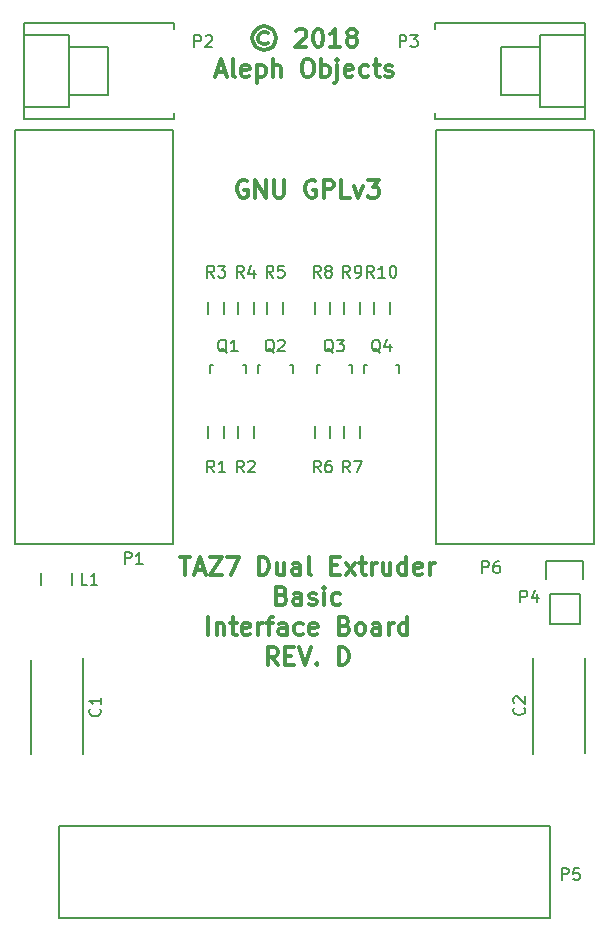
<source format=gbr>
G04 #@! TF.FileFunction,Legend,Top*
%FSLAX46Y46*%
G04 Gerber Fmt 4.6, Leading zero omitted, Abs format (unit mm)*
G04 Created by KiCad (PCBNEW 4.0.5+dfsg1-4) date Thu Nov  1 13:58:00 2018*
%MOMM*%
%LPD*%
G01*
G04 APERTURE LIST*
%ADD10C,0.100000*%
%ADD11C,0.300000*%
%ADD12C,0.150000*%
G04 APERTURE END LIST*
D10*
D11*
X80107143Y-54250000D02*
X79964286Y-54178571D01*
X79750000Y-54178571D01*
X79535715Y-54250000D01*
X79392857Y-54392857D01*
X79321429Y-54535714D01*
X79250000Y-54821429D01*
X79250000Y-55035714D01*
X79321429Y-55321429D01*
X79392857Y-55464286D01*
X79535715Y-55607143D01*
X79750000Y-55678571D01*
X79892857Y-55678571D01*
X80107143Y-55607143D01*
X80178572Y-55535714D01*
X80178572Y-55035714D01*
X79892857Y-55035714D01*
X80821429Y-55678571D02*
X80821429Y-54178571D01*
X81678572Y-55678571D01*
X81678572Y-54178571D01*
X82392858Y-54178571D02*
X82392858Y-55392857D01*
X82464286Y-55535714D01*
X82535715Y-55607143D01*
X82678572Y-55678571D01*
X82964286Y-55678571D01*
X83107144Y-55607143D01*
X83178572Y-55535714D01*
X83250001Y-55392857D01*
X83250001Y-54178571D01*
X85892858Y-54250000D02*
X85750001Y-54178571D01*
X85535715Y-54178571D01*
X85321430Y-54250000D01*
X85178572Y-54392857D01*
X85107144Y-54535714D01*
X85035715Y-54821429D01*
X85035715Y-55035714D01*
X85107144Y-55321429D01*
X85178572Y-55464286D01*
X85321430Y-55607143D01*
X85535715Y-55678571D01*
X85678572Y-55678571D01*
X85892858Y-55607143D01*
X85964287Y-55535714D01*
X85964287Y-55035714D01*
X85678572Y-55035714D01*
X86607144Y-55678571D02*
X86607144Y-54178571D01*
X87178572Y-54178571D01*
X87321430Y-54250000D01*
X87392858Y-54321429D01*
X87464287Y-54464286D01*
X87464287Y-54678571D01*
X87392858Y-54821429D01*
X87321430Y-54892857D01*
X87178572Y-54964286D01*
X86607144Y-54964286D01*
X88821430Y-55678571D02*
X88107144Y-55678571D01*
X88107144Y-54178571D01*
X89178573Y-54678571D02*
X89535716Y-55678571D01*
X89892858Y-54678571D01*
X90321430Y-54178571D02*
X91250001Y-54178571D01*
X90750001Y-54750000D01*
X90964287Y-54750000D01*
X91107144Y-54821429D01*
X91178573Y-54892857D01*
X91250001Y-55035714D01*
X91250001Y-55392857D01*
X91178573Y-55535714D01*
X91107144Y-55607143D01*
X90964287Y-55678571D01*
X90535715Y-55678571D01*
X90392858Y-55607143D01*
X90321430Y-55535714D01*
X81857144Y-41760714D02*
X81714286Y-41689286D01*
X81428572Y-41689286D01*
X81285715Y-41760714D01*
X81142858Y-41903571D01*
X81071429Y-42046429D01*
X81071429Y-42332143D01*
X81142858Y-42475000D01*
X81285715Y-42617857D01*
X81428572Y-42689286D01*
X81714286Y-42689286D01*
X81857144Y-42617857D01*
X81571429Y-41189286D02*
X81214286Y-41260714D01*
X80857144Y-41475000D01*
X80642858Y-41832143D01*
X80571429Y-42189286D01*
X80642858Y-42546429D01*
X80857144Y-42903571D01*
X81214286Y-43117857D01*
X81571429Y-43189286D01*
X81928572Y-43117857D01*
X82285715Y-42903571D01*
X82500001Y-42546429D01*
X82571429Y-42189286D01*
X82500001Y-41832143D01*
X82285715Y-41475000D01*
X81928572Y-41260714D01*
X81571429Y-41189286D01*
X84285715Y-41546429D02*
X84357144Y-41475000D01*
X84500001Y-41403571D01*
X84857144Y-41403571D01*
X85000001Y-41475000D01*
X85071430Y-41546429D01*
X85142858Y-41689286D01*
X85142858Y-41832143D01*
X85071430Y-42046429D01*
X84214287Y-42903571D01*
X85142858Y-42903571D01*
X86071429Y-41403571D02*
X86214286Y-41403571D01*
X86357143Y-41475000D01*
X86428572Y-41546429D01*
X86500001Y-41689286D01*
X86571429Y-41975000D01*
X86571429Y-42332143D01*
X86500001Y-42617857D01*
X86428572Y-42760714D01*
X86357143Y-42832143D01*
X86214286Y-42903571D01*
X86071429Y-42903571D01*
X85928572Y-42832143D01*
X85857143Y-42760714D01*
X85785715Y-42617857D01*
X85714286Y-42332143D01*
X85714286Y-41975000D01*
X85785715Y-41689286D01*
X85857143Y-41546429D01*
X85928572Y-41475000D01*
X86071429Y-41403571D01*
X88000000Y-42903571D02*
X87142857Y-42903571D01*
X87571429Y-42903571D02*
X87571429Y-41403571D01*
X87428572Y-41617857D01*
X87285714Y-41760714D01*
X87142857Y-41832143D01*
X88857143Y-42046429D02*
X88714285Y-41975000D01*
X88642857Y-41903571D01*
X88571428Y-41760714D01*
X88571428Y-41689286D01*
X88642857Y-41546429D01*
X88714285Y-41475000D01*
X88857143Y-41403571D01*
X89142857Y-41403571D01*
X89285714Y-41475000D01*
X89357143Y-41546429D01*
X89428571Y-41689286D01*
X89428571Y-41760714D01*
X89357143Y-41903571D01*
X89285714Y-41975000D01*
X89142857Y-42046429D01*
X88857143Y-42046429D01*
X88714285Y-42117857D01*
X88642857Y-42189286D01*
X88571428Y-42332143D01*
X88571428Y-42617857D01*
X88642857Y-42760714D01*
X88714285Y-42832143D01*
X88857143Y-42903571D01*
X89142857Y-42903571D01*
X89285714Y-42832143D01*
X89357143Y-42760714D01*
X89428571Y-42617857D01*
X89428571Y-42332143D01*
X89357143Y-42189286D01*
X89285714Y-42117857D01*
X89142857Y-42046429D01*
X77535714Y-45025000D02*
X78250000Y-45025000D01*
X77392857Y-45453571D02*
X77892857Y-43953571D01*
X78392857Y-45453571D01*
X79107143Y-45453571D02*
X78964285Y-45382143D01*
X78892857Y-45239286D01*
X78892857Y-43953571D01*
X80249999Y-45382143D02*
X80107142Y-45453571D01*
X79821428Y-45453571D01*
X79678571Y-45382143D01*
X79607142Y-45239286D01*
X79607142Y-44667857D01*
X79678571Y-44525000D01*
X79821428Y-44453571D01*
X80107142Y-44453571D01*
X80249999Y-44525000D01*
X80321428Y-44667857D01*
X80321428Y-44810714D01*
X79607142Y-44953571D01*
X80964285Y-44453571D02*
X80964285Y-45953571D01*
X80964285Y-44525000D02*
X81107142Y-44453571D01*
X81392856Y-44453571D01*
X81535713Y-44525000D01*
X81607142Y-44596429D01*
X81678571Y-44739286D01*
X81678571Y-45167857D01*
X81607142Y-45310714D01*
X81535713Y-45382143D01*
X81392856Y-45453571D01*
X81107142Y-45453571D01*
X80964285Y-45382143D01*
X82321428Y-45453571D02*
X82321428Y-43953571D01*
X82964285Y-45453571D02*
X82964285Y-44667857D01*
X82892856Y-44525000D01*
X82749999Y-44453571D01*
X82535714Y-44453571D01*
X82392856Y-44525000D01*
X82321428Y-44596429D01*
X85107142Y-43953571D02*
X85392856Y-43953571D01*
X85535714Y-44025000D01*
X85678571Y-44167857D01*
X85749999Y-44453571D01*
X85749999Y-44953571D01*
X85678571Y-45239286D01*
X85535714Y-45382143D01*
X85392856Y-45453571D01*
X85107142Y-45453571D01*
X84964285Y-45382143D01*
X84821428Y-45239286D01*
X84749999Y-44953571D01*
X84749999Y-44453571D01*
X84821428Y-44167857D01*
X84964285Y-44025000D01*
X85107142Y-43953571D01*
X86392857Y-45453571D02*
X86392857Y-43953571D01*
X86392857Y-44525000D02*
X86535714Y-44453571D01*
X86821428Y-44453571D01*
X86964285Y-44525000D01*
X87035714Y-44596429D01*
X87107143Y-44739286D01*
X87107143Y-45167857D01*
X87035714Y-45310714D01*
X86964285Y-45382143D01*
X86821428Y-45453571D01*
X86535714Y-45453571D01*
X86392857Y-45382143D01*
X87750000Y-44453571D02*
X87750000Y-45739286D01*
X87678571Y-45882143D01*
X87535714Y-45953571D01*
X87464286Y-45953571D01*
X87750000Y-43953571D02*
X87678571Y-44025000D01*
X87750000Y-44096429D01*
X87821428Y-44025000D01*
X87750000Y-43953571D01*
X87750000Y-44096429D01*
X89035714Y-45382143D02*
X88892857Y-45453571D01*
X88607143Y-45453571D01*
X88464286Y-45382143D01*
X88392857Y-45239286D01*
X88392857Y-44667857D01*
X88464286Y-44525000D01*
X88607143Y-44453571D01*
X88892857Y-44453571D01*
X89035714Y-44525000D01*
X89107143Y-44667857D01*
X89107143Y-44810714D01*
X88392857Y-44953571D01*
X90392857Y-45382143D02*
X90250000Y-45453571D01*
X89964286Y-45453571D01*
X89821428Y-45382143D01*
X89750000Y-45310714D01*
X89678571Y-45167857D01*
X89678571Y-44739286D01*
X89750000Y-44596429D01*
X89821428Y-44525000D01*
X89964286Y-44453571D01*
X90250000Y-44453571D01*
X90392857Y-44525000D01*
X90821428Y-44453571D02*
X91392857Y-44453571D01*
X91035714Y-43953571D02*
X91035714Y-45239286D01*
X91107142Y-45382143D01*
X91250000Y-45453571D01*
X91392857Y-45453571D01*
X91821428Y-45382143D02*
X91964285Y-45453571D01*
X92250000Y-45453571D01*
X92392857Y-45382143D01*
X92464285Y-45239286D01*
X92464285Y-45167857D01*
X92392857Y-45025000D01*
X92250000Y-44953571D01*
X92035714Y-44953571D01*
X91892857Y-44882143D01*
X91821428Y-44739286D01*
X91821428Y-44667857D01*
X91892857Y-44525000D01*
X92035714Y-44453571D01*
X92250000Y-44453571D01*
X92392857Y-44525000D01*
X74464287Y-86103571D02*
X75321430Y-86103571D01*
X74892859Y-87603571D02*
X74892859Y-86103571D01*
X75750001Y-87175000D02*
X76464287Y-87175000D01*
X75607144Y-87603571D02*
X76107144Y-86103571D01*
X76607144Y-87603571D01*
X76964287Y-86103571D02*
X77964287Y-86103571D01*
X76964287Y-87603571D01*
X77964287Y-87603571D01*
X78392858Y-86103571D02*
X79392858Y-86103571D01*
X78750001Y-87603571D01*
X81107143Y-87603571D02*
X81107143Y-86103571D01*
X81464286Y-86103571D01*
X81678571Y-86175000D01*
X81821429Y-86317857D01*
X81892857Y-86460714D01*
X81964286Y-86746429D01*
X81964286Y-86960714D01*
X81892857Y-87246429D01*
X81821429Y-87389286D01*
X81678571Y-87532143D01*
X81464286Y-87603571D01*
X81107143Y-87603571D01*
X83250000Y-86603571D02*
X83250000Y-87603571D01*
X82607143Y-86603571D02*
X82607143Y-87389286D01*
X82678571Y-87532143D01*
X82821429Y-87603571D01*
X83035714Y-87603571D01*
X83178571Y-87532143D01*
X83250000Y-87460714D01*
X84607143Y-87603571D02*
X84607143Y-86817857D01*
X84535714Y-86675000D01*
X84392857Y-86603571D01*
X84107143Y-86603571D01*
X83964286Y-86675000D01*
X84607143Y-87532143D02*
X84464286Y-87603571D01*
X84107143Y-87603571D01*
X83964286Y-87532143D01*
X83892857Y-87389286D01*
X83892857Y-87246429D01*
X83964286Y-87103571D01*
X84107143Y-87032143D01*
X84464286Y-87032143D01*
X84607143Y-86960714D01*
X85535715Y-87603571D02*
X85392857Y-87532143D01*
X85321429Y-87389286D01*
X85321429Y-86103571D01*
X87250000Y-86817857D02*
X87750000Y-86817857D01*
X87964286Y-87603571D02*
X87250000Y-87603571D01*
X87250000Y-86103571D01*
X87964286Y-86103571D01*
X88464286Y-87603571D02*
X89250000Y-86603571D01*
X88464286Y-86603571D02*
X89250000Y-87603571D01*
X89607143Y-86603571D02*
X90178572Y-86603571D01*
X89821429Y-86103571D02*
X89821429Y-87389286D01*
X89892857Y-87532143D01*
X90035715Y-87603571D01*
X90178572Y-87603571D01*
X90678572Y-87603571D02*
X90678572Y-86603571D01*
X90678572Y-86889286D02*
X90750000Y-86746429D01*
X90821429Y-86675000D01*
X90964286Y-86603571D01*
X91107143Y-86603571D01*
X92250000Y-86603571D02*
X92250000Y-87603571D01*
X91607143Y-86603571D02*
X91607143Y-87389286D01*
X91678571Y-87532143D01*
X91821429Y-87603571D01*
X92035714Y-87603571D01*
X92178571Y-87532143D01*
X92250000Y-87460714D01*
X93607143Y-87603571D02*
X93607143Y-86103571D01*
X93607143Y-87532143D02*
X93464286Y-87603571D01*
X93178572Y-87603571D01*
X93035714Y-87532143D01*
X92964286Y-87460714D01*
X92892857Y-87317857D01*
X92892857Y-86889286D01*
X92964286Y-86746429D01*
X93035714Y-86675000D01*
X93178572Y-86603571D01*
X93464286Y-86603571D01*
X93607143Y-86675000D01*
X94892857Y-87532143D02*
X94750000Y-87603571D01*
X94464286Y-87603571D01*
X94321429Y-87532143D01*
X94250000Y-87389286D01*
X94250000Y-86817857D01*
X94321429Y-86675000D01*
X94464286Y-86603571D01*
X94750000Y-86603571D01*
X94892857Y-86675000D01*
X94964286Y-86817857D01*
X94964286Y-86960714D01*
X94250000Y-87103571D01*
X95607143Y-87603571D02*
X95607143Y-86603571D01*
X95607143Y-86889286D02*
X95678571Y-86746429D01*
X95750000Y-86675000D01*
X95892857Y-86603571D01*
X96035714Y-86603571D01*
X83071429Y-89367857D02*
X83285715Y-89439286D01*
X83357143Y-89510714D01*
X83428572Y-89653571D01*
X83428572Y-89867857D01*
X83357143Y-90010714D01*
X83285715Y-90082143D01*
X83142857Y-90153571D01*
X82571429Y-90153571D01*
X82571429Y-88653571D01*
X83071429Y-88653571D01*
X83214286Y-88725000D01*
X83285715Y-88796429D01*
X83357143Y-88939286D01*
X83357143Y-89082143D01*
X83285715Y-89225000D01*
X83214286Y-89296429D01*
X83071429Y-89367857D01*
X82571429Y-89367857D01*
X84714286Y-90153571D02*
X84714286Y-89367857D01*
X84642857Y-89225000D01*
X84500000Y-89153571D01*
X84214286Y-89153571D01*
X84071429Y-89225000D01*
X84714286Y-90082143D02*
X84571429Y-90153571D01*
X84214286Y-90153571D01*
X84071429Y-90082143D01*
X84000000Y-89939286D01*
X84000000Y-89796429D01*
X84071429Y-89653571D01*
X84214286Y-89582143D01*
X84571429Y-89582143D01*
X84714286Y-89510714D01*
X85357143Y-90082143D02*
X85500000Y-90153571D01*
X85785715Y-90153571D01*
X85928572Y-90082143D01*
X86000000Y-89939286D01*
X86000000Y-89867857D01*
X85928572Y-89725000D01*
X85785715Y-89653571D01*
X85571429Y-89653571D01*
X85428572Y-89582143D01*
X85357143Y-89439286D01*
X85357143Y-89367857D01*
X85428572Y-89225000D01*
X85571429Y-89153571D01*
X85785715Y-89153571D01*
X85928572Y-89225000D01*
X86642858Y-90153571D02*
X86642858Y-89153571D01*
X86642858Y-88653571D02*
X86571429Y-88725000D01*
X86642858Y-88796429D01*
X86714286Y-88725000D01*
X86642858Y-88653571D01*
X86642858Y-88796429D01*
X88000001Y-90082143D02*
X87857144Y-90153571D01*
X87571430Y-90153571D01*
X87428572Y-90082143D01*
X87357144Y-90010714D01*
X87285715Y-89867857D01*
X87285715Y-89439286D01*
X87357144Y-89296429D01*
X87428572Y-89225000D01*
X87571430Y-89153571D01*
X87857144Y-89153571D01*
X88000001Y-89225000D01*
X76821429Y-92703571D02*
X76821429Y-91203571D01*
X77535715Y-91703571D02*
X77535715Y-92703571D01*
X77535715Y-91846429D02*
X77607143Y-91775000D01*
X77750001Y-91703571D01*
X77964286Y-91703571D01*
X78107143Y-91775000D01*
X78178572Y-91917857D01*
X78178572Y-92703571D01*
X78678572Y-91703571D02*
X79250001Y-91703571D01*
X78892858Y-91203571D02*
X78892858Y-92489286D01*
X78964286Y-92632143D01*
X79107144Y-92703571D01*
X79250001Y-92703571D01*
X80321429Y-92632143D02*
X80178572Y-92703571D01*
X79892858Y-92703571D01*
X79750001Y-92632143D01*
X79678572Y-92489286D01*
X79678572Y-91917857D01*
X79750001Y-91775000D01*
X79892858Y-91703571D01*
X80178572Y-91703571D01*
X80321429Y-91775000D01*
X80392858Y-91917857D01*
X80392858Y-92060714D01*
X79678572Y-92203571D01*
X81035715Y-92703571D02*
X81035715Y-91703571D01*
X81035715Y-91989286D02*
X81107143Y-91846429D01*
X81178572Y-91775000D01*
X81321429Y-91703571D01*
X81464286Y-91703571D01*
X81750000Y-91703571D02*
X82321429Y-91703571D01*
X81964286Y-92703571D02*
X81964286Y-91417857D01*
X82035714Y-91275000D01*
X82178572Y-91203571D01*
X82321429Y-91203571D01*
X83464286Y-92703571D02*
X83464286Y-91917857D01*
X83392857Y-91775000D01*
X83250000Y-91703571D01*
X82964286Y-91703571D01*
X82821429Y-91775000D01*
X83464286Y-92632143D02*
X83321429Y-92703571D01*
X82964286Y-92703571D01*
X82821429Y-92632143D01*
X82750000Y-92489286D01*
X82750000Y-92346429D01*
X82821429Y-92203571D01*
X82964286Y-92132143D01*
X83321429Y-92132143D01*
X83464286Y-92060714D01*
X84821429Y-92632143D02*
X84678572Y-92703571D01*
X84392858Y-92703571D01*
X84250000Y-92632143D01*
X84178572Y-92560714D01*
X84107143Y-92417857D01*
X84107143Y-91989286D01*
X84178572Y-91846429D01*
X84250000Y-91775000D01*
X84392858Y-91703571D01*
X84678572Y-91703571D01*
X84821429Y-91775000D01*
X86035714Y-92632143D02*
X85892857Y-92703571D01*
X85607143Y-92703571D01*
X85464286Y-92632143D01*
X85392857Y-92489286D01*
X85392857Y-91917857D01*
X85464286Y-91775000D01*
X85607143Y-91703571D01*
X85892857Y-91703571D01*
X86035714Y-91775000D01*
X86107143Y-91917857D01*
X86107143Y-92060714D01*
X85392857Y-92203571D01*
X88392857Y-91917857D02*
X88607143Y-91989286D01*
X88678571Y-92060714D01*
X88750000Y-92203571D01*
X88750000Y-92417857D01*
X88678571Y-92560714D01*
X88607143Y-92632143D01*
X88464285Y-92703571D01*
X87892857Y-92703571D01*
X87892857Y-91203571D01*
X88392857Y-91203571D01*
X88535714Y-91275000D01*
X88607143Y-91346429D01*
X88678571Y-91489286D01*
X88678571Y-91632143D01*
X88607143Y-91775000D01*
X88535714Y-91846429D01*
X88392857Y-91917857D01*
X87892857Y-91917857D01*
X89607143Y-92703571D02*
X89464285Y-92632143D01*
X89392857Y-92560714D01*
X89321428Y-92417857D01*
X89321428Y-91989286D01*
X89392857Y-91846429D01*
X89464285Y-91775000D01*
X89607143Y-91703571D01*
X89821428Y-91703571D01*
X89964285Y-91775000D01*
X90035714Y-91846429D01*
X90107143Y-91989286D01*
X90107143Y-92417857D01*
X90035714Y-92560714D01*
X89964285Y-92632143D01*
X89821428Y-92703571D01*
X89607143Y-92703571D01*
X91392857Y-92703571D02*
X91392857Y-91917857D01*
X91321428Y-91775000D01*
X91178571Y-91703571D01*
X90892857Y-91703571D01*
X90750000Y-91775000D01*
X91392857Y-92632143D02*
X91250000Y-92703571D01*
X90892857Y-92703571D01*
X90750000Y-92632143D01*
X90678571Y-92489286D01*
X90678571Y-92346429D01*
X90750000Y-92203571D01*
X90892857Y-92132143D01*
X91250000Y-92132143D01*
X91392857Y-92060714D01*
X92107143Y-92703571D02*
X92107143Y-91703571D01*
X92107143Y-91989286D02*
X92178571Y-91846429D01*
X92250000Y-91775000D01*
X92392857Y-91703571D01*
X92535714Y-91703571D01*
X93678571Y-92703571D02*
X93678571Y-91203571D01*
X93678571Y-92632143D02*
X93535714Y-92703571D01*
X93250000Y-92703571D01*
X93107142Y-92632143D01*
X93035714Y-92560714D01*
X92964285Y-92417857D01*
X92964285Y-91989286D01*
X93035714Y-91846429D01*
X93107142Y-91775000D01*
X93250000Y-91703571D01*
X93535714Y-91703571D01*
X93678571Y-91775000D01*
X82714286Y-95253571D02*
X82214286Y-94539286D01*
X81857143Y-95253571D02*
X81857143Y-93753571D01*
X82428571Y-93753571D01*
X82571429Y-93825000D01*
X82642857Y-93896429D01*
X82714286Y-94039286D01*
X82714286Y-94253571D01*
X82642857Y-94396429D01*
X82571429Y-94467857D01*
X82428571Y-94539286D01*
X81857143Y-94539286D01*
X83357143Y-94467857D02*
X83857143Y-94467857D01*
X84071429Y-95253571D02*
X83357143Y-95253571D01*
X83357143Y-93753571D01*
X84071429Y-93753571D01*
X84500000Y-93753571D02*
X85000000Y-95253571D01*
X85500000Y-93753571D01*
X86000000Y-95110714D02*
X86071428Y-95182143D01*
X86000000Y-95253571D01*
X85928571Y-95182143D01*
X86000000Y-95110714D01*
X86000000Y-95253571D01*
X87857143Y-95253571D02*
X87857143Y-93753571D01*
X88214286Y-93753571D01*
X88428571Y-93825000D01*
X88571429Y-93967857D01*
X88642857Y-94110714D01*
X88714286Y-94396429D01*
X88714286Y-94610714D01*
X88642857Y-94896429D01*
X88571429Y-95039286D01*
X88428571Y-95182143D01*
X88214286Y-95253571D01*
X87857143Y-95253571D01*
D12*
X65024000Y-42926000D02*
X68326000Y-42926000D01*
X68326000Y-42926000D02*
X68326000Y-46990000D01*
X68326000Y-46990000D02*
X65024000Y-46990000D01*
X61214000Y-41910000D02*
X65024000Y-41910000D01*
X65024000Y-41910000D02*
X65024000Y-48006000D01*
X65024000Y-48006000D02*
X61214000Y-48006000D01*
X73914000Y-41402000D02*
X73914000Y-40894000D01*
X73914000Y-40894000D02*
X61214000Y-40894000D01*
X61214000Y-40894000D02*
X61214000Y-49022000D01*
X61214000Y-49022000D02*
X73914000Y-49022000D01*
X73914000Y-49022000D02*
X73914000Y-48514000D01*
X104902000Y-46990000D02*
X101600000Y-46990000D01*
X101600000Y-46990000D02*
X101600000Y-42926000D01*
X101600000Y-42926000D02*
X104902000Y-42926000D01*
X108712000Y-48006000D02*
X104902000Y-48006000D01*
X104902000Y-48006000D02*
X104902000Y-41910000D01*
X104902000Y-41910000D02*
X108712000Y-41910000D01*
X96012000Y-48514000D02*
X96012000Y-49022000D01*
X96012000Y-49022000D02*
X108712000Y-49022000D01*
X108712000Y-49022000D02*
X108712000Y-40894000D01*
X108712000Y-40894000D02*
X96012000Y-40894000D01*
X96012000Y-40894000D02*
X96012000Y-41402000D01*
X60500000Y-85000000D02*
X60500000Y-50000000D01*
X73850000Y-85000000D02*
X60500000Y-85000000D01*
X73850000Y-50000000D02*
X73850000Y-85000000D01*
X60500000Y-50000000D02*
X73850000Y-50000000D01*
X105730000Y-91810000D02*
X108270000Y-91810000D01*
X105730000Y-89270000D02*
X105730000Y-91810000D01*
X105450000Y-86450000D02*
X108550000Y-86450000D01*
X105450000Y-88000000D02*
X105450000Y-86450000D01*
X108270000Y-89270000D02*
X105730000Y-89270000D01*
X108550000Y-86450000D02*
X108550000Y-88000000D01*
X108270000Y-89270000D02*
X108270000Y-91810000D01*
X105800000Y-108900000D02*
X64200000Y-108900000D01*
X105800000Y-116650000D02*
X64200000Y-116650000D01*
X64200000Y-116650000D02*
X64200000Y-108900000D01*
X105800000Y-116650000D02*
X105800000Y-108900000D01*
X109500000Y-50000000D02*
X109500000Y-85000000D01*
X96150000Y-50000000D02*
X109500000Y-50000000D01*
X96150000Y-85000000D02*
X96150000Y-50000000D01*
X109500000Y-85000000D02*
X96150000Y-85000000D01*
X79999820Y-69849760D02*
X79999820Y-70550800D01*
X79799160Y-69849760D02*
X79999820Y-69849760D01*
X77000180Y-69849760D02*
X77249100Y-69849760D01*
X77000180Y-70550800D02*
X77000180Y-69849760D01*
X79799160Y-69849760D02*
X79750900Y-69849760D01*
X83999820Y-69849760D02*
X83999820Y-70550800D01*
X83799160Y-69849760D02*
X83999820Y-69849760D01*
X81000180Y-69849760D02*
X81249100Y-69849760D01*
X81000180Y-70550800D02*
X81000180Y-69849760D01*
X83799160Y-69849760D02*
X83750900Y-69849760D01*
X88999820Y-69849760D02*
X88999820Y-70550800D01*
X88799160Y-69849760D02*
X88999820Y-69849760D01*
X86000180Y-69849760D02*
X86249100Y-69849760D01*
X86000180Y-70550800D02*
X86000180Y-69849760D01*
X88799160Y-69849760D02*
X88750900Y-69849760D01*
X92999820Y-69849760D02*
X92999820Y-70550800D01*
X92799160Y-69849760D02*
X92999820Y-69849760D01*
X90000180Y-69849760D02*
X90249100Y-69849760D01*
X90000180Y-70550800D02*
X90000180Y-69849760D01*
X92799160Y-69849760D02*
X92750900Y-69849760D01*
X78175000Y-75000000D02*
X78175000Y-76000000D01*
X76825000Y-76000000D02*
X76825000Y-75000000D01*
X80675000Y-75000000D02*
X80675000Y-76000000D01*
X79325000Y-76000000D02*
X79325000Y-75000000D01*
X78175000Y-64500000D02*
X78175000Y-65500000D01*
X76825000Y-65500000D02*
X76825000Y-64500000D01*
X79325000Y-65500000D02*
X79325000Y-64500000D01*
X80675000Y-64500000D02*
X80675000Y-65500000D01*
X83175000Y-64500000D02*
X83175000Y-65500000D01*
X81825000Y-65500000D02*
X81825000Y-64500000D01*
X87175000Y-75000000D02*
X87175000Y-76000000D01*
X85825000Y-76000000D02*
X85825000Y-75000000D01*
X89675000Y-75000000D02*
X89675000Y-76000000D01*
X88325000Y-76000000D02*
X88325000Y-75000000D01*
X87175000Y-64500000D02*
X87175000Y-65500000D01*
X85825000Y-65500000D02*
X85825000Y-64500000D01*
X88325000Y-65500000D02*
X88325000Y-64500000D01*
X89675000Y-64500000D02*
X89675000Y-65500000D01*
X92175000Y-64500000D02*
X92175000Y-65500000D01*
X90825000Y-65500000D02*
X90825000Y-64500000D01*
X66200000Y-102800000D02*
X66200000Y-94700000D01*
X61800000Y-94800000D02*
X61800000Y-102800000D01*
X104300000Y-94700000D02*
X104300000Y-102800000D01*
X108700000Y-102700000D02*
X108700000Y-94700000D01*
X62699520Y-87499620D02*
X62699520Y-88500380D01*
X65300480Y-87499620D02*
X65300480Y-88500380D01*
X75659905Y-42910381D02*
X75659905Y-41910381D01*
X76040858Y-41910381D01*
X76136096Y-41958000D01*
X76183715Y-42005619D01*
X76231334Y-42100857D01*
X76231334Y-42243714D01*
X76183715Y-42338952D01*
X76136096Y-42386571D01*
X76040858Y-42434190D01*
X75659905Y-42434190D01*
X76612286Y-42005619D02*
X76659905Y-41958000D01*
X76755143Y-41910381D01*
X76993239Y-41910381D01*
X77088477Y-41958000D01*
X77136096Y-42005619D01*
X77183715Y-42100857D01*
X77183715Y-42196095D01*
X77136096Y-42338952D01*
X76564667Y-42910381D01*
X77183715Y-42910381D01*
X93039905Y-42910381D02*
X93039905Y-41910381D01*
X93420858Y-41910381D01*
X93516096Y-41958000D01*
X93563715Y-42005619D01*
X93611334Y-42100857D01*
X93611334Y-42243714D01*
X93563715Y-42338952D01*
X93516096Y-42386571D01*
X93420858Y-42434190D01*
X93039905Y-42434190D01*
X93944667Y-41910381D02*
X94563715Y-41910381D01*
X94230381Y-42291333D01*
X94373239Y-42291333D01*
X94468477Y-42338952D01*
X94516096Y-42386571D01*
X94563715Y-42481810D01*
X94563715Y-42719905D01*
X94516096Y-42815143D01*
X94468477Y-42862762D01*
X94373239Y-42910381D01*
X94087524Y-42910381D01*
X93992286Y-42862762D01*
X93944667Y-42815143D01*
X69761905Y-86702381D02*
X69761905Y-85702381D01*
X70142858Y-85702381D01*
X70238096Y-85750000D01*
X70285715Y-85797619D01*
X70333334Y-85892857D01*
X70333334Y-86035714D01*
X70285715Y-86130952D01*
X70238096Y-86178571D01*
X70142858Y-86226190D01*
X69761905Y-86226190D01*
X71285715Y-86702381D02*
X70714286Y-86702381D01*
X71000000Y-86702381D02*
X71000000Y-85702381D01*
X70904762Y-85845238D01*
X70809524Y-85940476D01*
X70714286Y-85988095D01*
X103261905Y-89952381D02*
X103261905Y-88952381D01*
X103642858Y-88952381D01*
X103738096Y-89000000D01*
X103785715Y-89047619D01*
X103833334Y-89142857D01*
X103833334Y-89285714D01*
X103785715Y-89380952D01*
X103738096Y-89428571D01*
X103642858Y-89476190D01*
X103261905Y-89476190D01*
X104690477Y-89285714D02*
X104690477Y-89952381D01*
X104452381Y-88904762D02*
X104214286Y-89619048D01*
X104833334Y-89619048D01*
X106761905Y-113452381D02*
X106761905Y-112452381D01*
X107142858Y-112452381D01*
X107238096Y-112500000D01*
X107285715Y-112547619D01*
X107333334Y-112642857D01*
X107333334Y-112785714D01*
X107285715Y-112880952D01*
X107238096Y-112928571D01*
X107142858Y-112976190D01*
X106761905Y-112976190D01*
X108238096Y-112452381D02*
X107761905Y-112452381D01*
X107714286Y-112928571D01*
X107761905Y-112880952D01*
X107857143Y-112833333D01*
X108095239Y-112833333D01*
X108190477Y-112880952D01*
X108238096Y-112928571D01*
X108285715Y-113023810D01*
X108285715Y-113261905D01*
X108238096Y-113357143D01*
X108190477Y-113404762D01*
X108095239Y-113452381D01*
X107857143Y-113452381D01*
X107761905Y-113404762D01*
X107714286Y-113357143D01*
X100011905Y-87452381D02*
X100011905Y-86452381D01*
X100392858Y-86452381D01*
X100488096Y-86500000D01*
X100535715Y-86547619D01*
X100583334Y-86642857D01*
X100583334Y-86785714D01*
X100535715Y-86880952D01*
X100488096Y-86928571D01*
X100392858Y-86976190D01*
X100011905Y-86976190D01*
X101440477Y-86452381D02*
X101250000Y-86452381D01*
X101154762Y-86500000D01*
X101107143Y-86547619D01*
X101011905Y-86690476D01*
X100964286Y-86880952D01*
X100964286Y-87261905D01*
X101011905Y-87357143D01*
X101059524Y-87404762D01*
X101154762Y-87452381D01*
X101345239Y-87452381D01*
X101440477Y-87404762D01*
X101488096Y-87357143D01*
X101535715Y-87261905D01*
X101535715Y-87023810D01*
X101488096Y-86928571D01*
X101440477Y-86880952D01*
X101345239Y-86833333D01*
X101154762Y-86833333D01*
X101059524Y-86880952D01*
X101011905Y-86928571D01*
X100964286Y-87023810D01*
X78404762Y-68797619D02*
X78309524Y-68750000D01*
X78214286Y-68654762D01*
X78071429Y-68511905D01*
X77976190Y-68464286D01*
X77880952Y-68464286D01*
X77928571Y-68702381D02*
X77833333Y-68654762D01*
X77738095Y-68559524D01*
X77690476Y-68369048D01*
X77690476Y-68035714D01*
X77738095Y-67845238D01*
X77833333Y-67750000D01*
X77928571Y-67702381D01*
X78119048Y-67702381D01*
X78214286Y-67750000D01*
X78309524Y-67845238D01*
X78357143Y-68035714D01*
X78357143Y-68369048D01*
X78309524Y-68559524D01*
X78214286Y-68654762D01*
X78119048Y-68702381D01*
X77928571Y-68702381D01*
X79309524Y-68702381D02*
X78738095Y-68702381D01*
X79023809Y-68702381D02*
X79023809Y-67702381D01*
X78928571Y-67845238D01*
X78833333Y-67940476D01*
X78738095Y-67988095D01*
X82404762Y-68797619D02*
X82309524Y-68750000D01*
X82214286Y-68654762D01*
X82071429Y-68511905D01*
X81976190Y-68464286D01*
X81880952Y-68464286D01*
X81928571Y-68702381D02*
X81833333Y-68654762D01*
X81738095Y-68559524D01*
X81690476Y-68369048D01*
X81690476Y-68035714D01*
X81738095Y-67845238D01*
X81833333Y-67750000D01*
X81928571Y-67702381D01*
X82119048Y-67702381D01*
X82214286Y-67750000D01*
X82309524Y-67845238D01*
X82357143Y-68035714D01*
X82357143Y-68369048D01*
X82309524Y-68559524D01*
X82214286Y-68654762D01*
X82119048Y-68702381D01*
X81928571Y-68702381D01*
X82738095Y-67797619D02*
X82785714Y-67750000D01*
X82880952Y-67702381D01*
X83119048Y-67702381D01*
X83214286Y-67750000D01*
X83261905Y-67797619D01*
X83309524Y-67892857D01*
X83309524Y-67988095D01*
X83261905Y-68130952D01*
X82690476Y-68702381D01*
X83309524Y-68702381D01*
X87404762Y-68797619D02*
X87309524Y-68750000D01*
X87214286Y-68654762D01*
X87071429Y-68511905D01*
X86976190Y-68464286D01*
X86880952Y-68464286D01*
X86928571Y-68702381D02*
X86833333Y-68654762D01*
X86738095Y-68559524D01*
X86690476Y-68369048D01*
X86690476Y-68035714D01*
X86738095Y-67845238D01*
X86833333Y-67750000D01*
X86928571Y-67702381D01*
X87119048Y-67702381D01*
X87214286Y-67750000D01*
X87309524Y-67845238D01*
X87357143Y-68035714D01*
X87357143Y-68369048D01*
X87309524Y-68559524D01*
X87214286Y-68654762D01*
X87119048Y-68702381D01*
X86928571Y-68702381D01*
X87690476Y-67702381D02*
X88309524Y-67702381D01*
X87976190Y-68083333D01*
X88119048Y-68083333D01*
X88214286Y-68130952D01*
X88261905Y-68178571D01*
X88309524Y-68273810D01*
X88309524Y-68511905D01*
X88261905Y-68607143D01*
X88214286Y-68654762D01*
X88119048Y-68702381D01*
X87833333Y-68702381D01*
X87738095Y-68654762D01*
X87690476Y-68607143D01*
X91404762Y-68797619D02*
X91309524Y-68750000D01*
X91214286Y-68654762D01*
X91071429Y-68511905D01*
X90976190Y-68464286D01*
X90880952Y-68464286D01*
X90928571Y-68702381D02*
X90833333Y-68654762D01*
X90738095Y-68559524D01*
X90690476Y-68369048D01*
X90690476Y-68035714D01*
X90738095Y-67845238D01*
X90833333Y-67750000D01*
X90928571Y-67702381D01*
X91119048Y-67702381D01*
X91214286Y-67750000D01*
X91309524Y-67845238D01*
X91357143Y-68035714D01*
X91357143Y-68369048D01*
X91309524Y-68559524D01*
X91214286Y-68654762D01*
X91119048Y-68702381D01*
X90928571Y-68702381D01*
X92214286Y-68035714D02*
X92214286Y-68702381D01*
X91976190Y-67654762D02*
X91738095Y-68369048D01*
X92357143Y-68369048D01*
X77333334Y-78952381D02*
X77000000Y-78476190D01*
X76761905Y-78952381D02*
X76761905Y-77952381D01*
X77142858Y-77952381D01*
X77238096Y-78000000D01*
X77285715Y-78047619D01*
X77333334Y-78142857D01*
X77333334Y-78285714D01*
X77285715Y-78380952D01*
X77238096Y-78428571D01*
X77142858Y-78476190D01*
X76761905Y-78476190D01*
X78285715Y-78952381D02*
X77714286Y-78952381D01*
X78000000Y-78952381D02*
X78000000Y-77952381D01*
X77904762Y-78095238D01*
X77809524Y-78190476D01*
X77714286Y-78238095D01*
X79833334Y-78952381D02*
X79500000Y-78476190D01*
X79261905Y-78952381D02*
X79261905Y-77952381D01*
X79642858Y-77952381D01*
X79738096Y-78000000D01*
X79785715Y-78047619D01*
X79833334Y-78142857D01*
X79833334Y-78285714D01*
X79785715Y-78380952D01*
X79738096Y-78428571D01*
X79642858Y-78476190D01*
X79261905Y-78476190D01*
X80214286Y-78047619D02*
X80261905Y-78000000D01*
X80357143Y-77952381D01*
X80595239Y-77952381D01*
X80690477Y-78000000D01*
X80738096Y-78047619D01*
X80785715Y-78142857D01*
X80785715Y-78238095D01*
X80738096Y-78380952D01*
X80166667Y-78952381D01*
X80785715Y-78952381D01*
X77333334Y-62452381D02*
X77000000Y-61976190D01*
X76761905Y-62452381D02*
X76761905Y-61452381D01*
X77142858Y-61452381D01*
X77238096Y-61500000D01*
X77285715Y-61547619D01*
X77333334Y-61642857D01*
X77333334Y-61785714D01*
X77285715Y-61880952D01*
X77238096Y-61928571D01*
X77142858Y-61976190D01*
X76761905Y-61976190D01*
X77666667Y-61452381D02*
X78285715Y-61452381D01*
X77952381Y-61833333D01*
X78095239Y-61833333D01*
X78190477Y-61880952D01*
X78238096Y-61928571D01*
X78285715Y-62023810D01*
X78285715Y-62261905D01*
X78238096Y-62357143D01*
X78190477Y-62404762D01*
X78095239Y-62452381D01*
X77809524Y-62452381D01*
X77714286Y-62404762D01*
X77666667Y-62357143D01*
X79833334Y-62452381D02*
X79500000Y-61976190D01*
X79261905Y-62452381D02*
X79261905Y-61452381D01*
X79642858Y-61452381D01*
X79738096Y-61500000D01*
X79785715Y-61547619D01*
X79833334Y-61642857D01*
X79833334Y-61785714D01*
X79785715Y-61880952D01*
X79738096Y-61928571D01*
X79642858Y-61976190D01*
X79261905Y-61976190D01*
X80690477Y-61785714D02*
X80690477Y-62452381D01*
X80452381Y-61404762D02*
X80214286Y-62119048D01*
X80833334Y-62119048D01*
X82333334Y-62452381D02*
X82000000Y-61976190D01*
X81761905Y-62452381D02*
X81761905Y-61452381D01*
X82142858Y-61452381D01*
X82238096Y-61500000D01*
X82285715Y-61547619D01*
X82333334Y-61642857D01*
X82333334Y-61785714D01*
X82285715Y-61880952D01*
X82238096Y-61928571D01*
X82142858Y-61976190D01*
X81761905Y-61976190D01*
X83238096Y-61452381D02*
X82761905Y-61452381D01*
X82714286Y-61928571D01*
X82761905Y-61880952D01*
X82857143Y-61833333D01*
X83095239Y-61833333D01*
X83190477Y-61880952D01*
X83238096Y-61928571D01*
X83285715Y-62023810D01*
X83285715Y-62261905D01*
X83238096Y-62357143D01*
X83190477Y-62404762D01*
X83095239Y-62452381D01*
X82857143Y-62452381D01*
X82761905Y-62404762D01*
X82714286Y-62357143D01*
X86333334Y-78952381D02*
X86000000Y-78476190D01*
X85761905Y-78952381D02*
X85761905Y-77952381D01*
X86142858Y-77952381D01*
X86238096Y-78000000D01*
X86285715Y-78047619D01*
X86333334Y-78142857D01*
X86333334Y-78285714D01*
X86285715Y-78380952D01*
X86238096Y-78428571D01*
X86142858Y-78476190D01*
X85761905Y-78476190D01*
X87190477Y-77952381D02*
X87000000Y-77952381D01*
X86904762Y-78000000D01*
X86857143Y-78047619D01*
X86761905Y-78190476D01*
X86714286Y-78380952D01*
X86714286Y-78761905D01*
X86761905Y-78857143D01*
X86809524Y-78904762D01*
X86904762Y-78952381D01*
X87095239Y-78952381D01*
X87190477Y-78904762D01*
X87238096Y-78857143D01*
X87285715Y-78761905D01*
X87285715Y-78523810D01*
X87238096Y-78428571D01*
X87190477Y-78380952D01*
X87095239Y-78333333D01*
X86904762Y-78333333D01*
X86809524Y-78380952D01*
X86761905Y-78428571D01*
X86714286Y-78523810D01*
X88833334Y-78952381D02*
X88500000Y-78476190D01*
X88261905Y-78952381D02*
X88261905Y-77952381D01*
X88642858Y-77952381D01*
X88738096Y-78000000D01*
X88785715Y-78047619D01*
X88833334Y-78142857D01*
X88833334Y-78285714D01*
X88785715Y-78380952D01*
X88738096Y-78428571D01*
X88642858Y-78476190D01*
X88261905Y-78476190D01*
X89166667Y-77952381D02*
X89833334Y-77952381D01*
X89404762Y-78952381D01*
X86333334Y-62452381D02*
X86000000Y-61976190D01*
X85761905Y-62452381D02*
X85761905Y-61452381D01*
X86142858Y-61452381D01*
X86238096Y-61500000D01*
X86285715Y-61547619D01*
X86333334Y-61642857D01*
X86333334Y-61785714D01*
X86285715Y-61880952D01*
X86238096Y-61928571D01*
X86142858Y-61976190D01*
X85761905Y-61976190D01*
X86904762Y-61880952D02*
X86809524Y-61833333D01*
X86761905Y-61785714D01*
X86714286Y-61690476D01*
X86714286Y-61642857D01*
X86761905Y-61547619D01*
X86809524Y-61500000D01*
X86904762Y-61452381D01*
X87095239Y-61452381D01*
X87190477Y-61500000D01*
X87238096Y-61547619D01*
X87285715Y-61642857D01*
X87285715Y-61690476D01*
X87238096Y-61785714D01*
X87190477Y-61833333D01*
X87095239Y-61880952D01*
X86904762Y-61880952D01*
X86809524Y-61928571D01*
X86761905Y-61976190D01*
X86714286Y-62071429D01*
X86714286Y-62261905D01*
X86761905Y-62357143D01*
X86809524Y-62404762D01*
X86904762Y-62452381D01*
X87095239Y-62452381D01*
X87190477Y-62404762D01*
X87238096Y-62357143D01*
X87285715Y-62261905D01*
X87285715Y-62071429D01*
X87238096Y-61976190D01*
X87190477Y-61928571D01*
X87095239Y-61880952D01*
X88833334Y-62452381D02*
X88500000Y-61976190D01*
X88261905Y-62452381D02*
X88261905Y-61452381D01*
X88642858Y-61452381D01*
X88738096Y-61500000D01*
X88785715Y-61547619D01*
X88833334Y-61642857D01*
X88833334Y-61785714D01*
X88785715Y-61880952D01*
X88738096Y-61928571D01*
X88642858Y-61976190D01*
X88261905Y-61976190D01*
X89309524Y-62452381D02*
X89500000Y-62452381D01*
X89595239Y-62404762D01*
X89642858Y-62357143D01*
X89738096Y-62214286D01*
X89785715Y-62023810D01*
X89785715Y-61642857D01*
X89738096Y-61547619D01*
X89690477Y-61500000D01*
X89595239Y-61452381D01*
X89404762Y-61452381D01*
X89309524Y-61500000D01*
X89261905Y-61547619D01*
X89214286Y-61642857D01*
X89214286Y-61880952D01*
X89261905Y-61976190D01*
X89309524Y-62023810D01*
X89404762Y-62071429D01*
X89595239Y-62071429D01*
X89690477Y-62023810D01*
X89738096Y-61976190D01*
X89785715Y-61880952D01*
X90857143Y-62452381D02*
X90523809Y-61976190D01*
X90285714Y-62452381D02*
X90285714Y-61452381D01*
X90666667Y-61452381D01*
X90761905Y-61500000D01*
X90809524Y-61547619D01*
X90857143Y-61642857D01*
X90857143Y-61785714D01*
X90809524Y-61880952D01*
X90761905Y-61928571D01*
X90666667Y-61976190D01*
X90285714Y-61976190D01*
X91809524Y-62452381D02*
X91238095Y-62452381D01*
X91523809Y-62452381D02*
X91523809Y-61452381D01*
X91428571Y-61595238D01*
X91333333Y-61690476D01*
X91238095Y-61738095D01*
X92428571Y-61452381D02*
X92523810Y-61452381D01*
X92619048Y-61500000D01*
X92666667Y-61547619D01*
X92714286Y-61642857D01*
X92761905Y-61833333D01*
X92761905Y-62071429D01*
X92714286Y-62261905D01*
X92666667Y-62357143D01*
X92619048Y-62404762D01*
X92523810Y-62452381D01*
X92428571Y-62452381D01*
X92333333Y-62404762D01*
X92285714Y-62357143D01*
X92238095Y-62261905D01*
X92190476Y-62071429D01*
X92190476Y-61833333D01*
X92238095Y-61642857D01*
X92285714Y-61547619D01*
X92333333Y-61500000D01*
X92428571Y-61452381D01*
X67656603Y-98966006D02*
X67704222Y-99013625D01*
X67751841Y-99156482D01*
X67751841Y-99251720D01*
X67704222Y-99394578D01*
X67608984Y-99489816D01*
X67513746Y-99537435D01*
X67323270Y-99585054D01*
X67180412Y-99585054D01*
X66989936Y-99537435D01*
X66894698Y-99489816D01*
X66799460Y-99394578D01*
X66751841Y-99251720D01*
X66751841Y-99156482D01*
X66799460Y-99013625D01*
X66847079Y-98966006D01*
X67751841Y-98013625D02*
X67751841Y-98585054D01*
X67751841Y-98299340D02*
X66751841Y-98299340D01*
X66894698Y-98394578D01*
X66989936Y-98489816D01*
X67037555Y-98585054D01*
X103557683Y-98867326D02*
X103605302Y-98914945D01*
X103652921Y-99057802D01*
X103652921Y-99153040D01*
X103605302Y-99295898D01*
X103510064Y-99391136D01*
X103414826Y-99438755D01*
X103224350Y-99486374D01*
X103081492Y-99486374D01*
X102891016Y-99438755D01*
X102795778Y-99391136D01*
X102700540Y-99295898D01*
X102652921Y-99153040D01*
X102652921Y-99057802D01*
X102700540Y-98914945D01*
X102748159Y-98867326D01*
X102748159Y-98486374D02*
X102700540Y-98438755D01*
X102652921Y-98343517D01*
X102652921Y-98105421D01*
X102700540Y-98010183D01*
X102748159Y-97962564D01*
X102843397Y-97914945D01*
X102938635Y-97914945D01*
X103081492Y-97962564D01*
X103652921Y-98533993D01*
X103652921Y-97914945D01*
X66583334Y-88452381D02*
X66107143Y-88452381D01*
X66107143Y-87452381D01*
X67440477Y-88452381D02*
X66869048Y-88452381D01*
X67154762Y-88452381D02*
X67154762Y-87452381D01*
X67059524Y-87595238D01*
X66964286Y-87690476D01*
X66869048Y-87738095D01*
M02*

</source>
